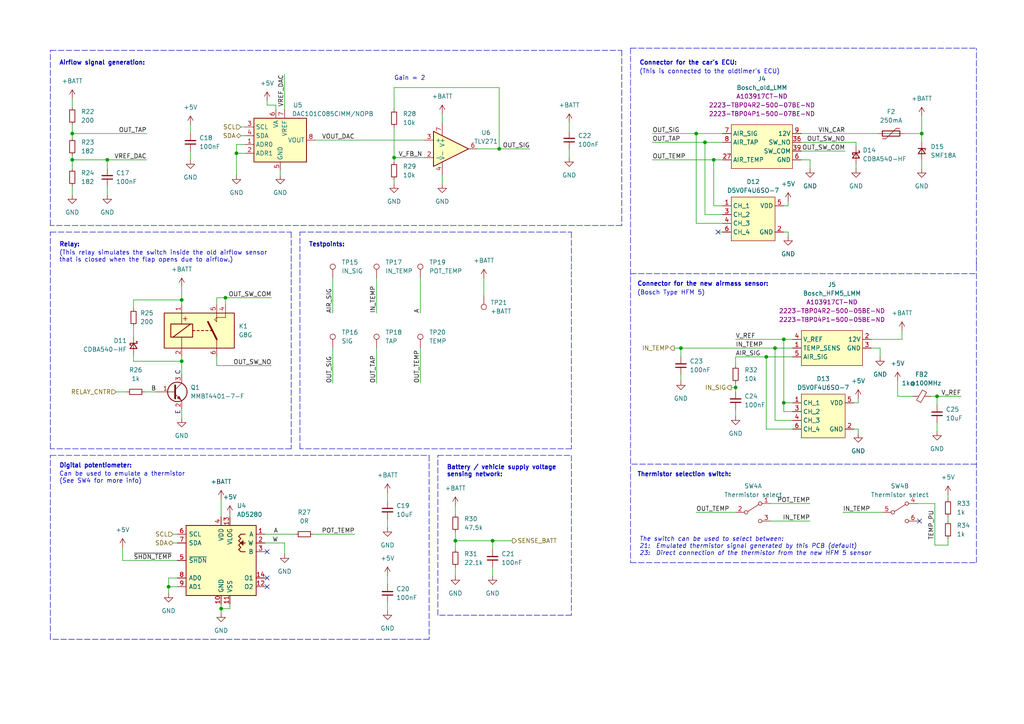
<source format=kicad_sch>
(kicad_sch (version 20231120) (generator "eeschema") (generator_version "8.0")
  (paper "A4")
  (title_block (title "LMM Retrofit") (date "2022-05-08") (rev "1") (company "Hans Wilhelm Zeuschner") (comment 1 "Zweitprüfer: Ewald Zimmermann B. Eng.") (comment 2 "Betreuer: Prof. Dr. Carsten Koch") (comment 3 "Hochschule Emden Leer") (comment 4 "Bacheloarbeit SoSe 2022"))
  (junction (at 201.93 38.735))
  (junction (at 31.115 46.355))
  (junction (at 142.875 156.845))
  (junction (at 267.335 38.735))
  (junction (at 65.405 86.36))
  (junction (at 64.135 176.53))
  (junction (at 68.58 44.45))
  (junction (at 114.3 45.72))
  (junction (at 52.705 86.995))
  (junction (at 227.33 116.84))
  (junction (at 144.78 43.18))
  (junction (at 197.485 100.965))
  (junction (at 271.78 114.935))
  (junction (at 20.955 38.735))
  (junction (at 227.33 98.425))
  (junction (at 52.705 104.775))
  (junction (at 20.955 46.355))
  (junction (at 224.79 100.965))
  (junction (at 213.36 112.395))
  (junction (at 48.895 170.18))
  (junction (at 222.25 103.505))
  (junction (at 204.47 41.275))
  (junction (at 207.01 46.355))
  (junction (at 132.08 156.845))
  (no_connect (at 77.47 160.02))
  (no_connect (at 77.47 167.64))
  (no_connect (at 208.28 67.31))
  (no_connect (at 266.7 151.13))
  (no_connect (at 77.47 170.18))
  (polyline (pts (xy 86.995 130.175) (xy 86.995 67.31)) (stroke (width 0) (type dash)))
  (wire (pts (xy 255.27 100.965) (xy 255.27 103.505)))
  (wire (pts (xy 76.835 167.64) (xy 77.47 167.64)))
  (wire (pts (xy 266.065 146.05) (xy 271.145 146.05)))
  (wire (pts (xy 55.245 43.815) (xy 55.245 46.355)))
  (wire (pts (xy 227.33 119.38) (xy 229.87 119.38)))
  (wire (pts (xy 132.08 164.465) (xy 132.08 167.005)))
  (wire (pts (xy 140.335 80.645) (xy 140.335 85.725)))
  (polyline (pts (xy 14.605 185.42) (xy 14.605 132.08)) (stroke (width 0) (type dash)))
  (wire (pts (xy 66.675 149.225) (xy 66.675 149.86)))
  (wire (pts (xy 267.335 38.735) (xy 267.335 41.275)))
  (wire (pts (xy 62.865 103.505) (xy 62.865 106.045)))
  (wire (pts (xy 197.485 108.585) (xy 197.485 110.49)))
  (wire (pts (xy 201.93 38.735) (xy 209.55 38.735)))
  (wire (pts (xy 262.255 38.735) (xy 267.335 38.735)))
  (wire (pts (xy 76.835 170.18) (xy 77.47 170.18)))
  (wire (pts (xy 114.3 25.4) (xy 144.78 25.4)))
  (wire (pts (xy 68.58 44.45) (xy 68.58 41.91)))
  (wire (pts (xy 112.395 174.625) (xy 112.395 177.165)))
  (wire (pts (xy 62.865 106.045) (xy 78.74 106.045)))
  (wire (pts (xy 224.79 100.965) (xy 229.87 100.965)))
  (polyline (pts (xy 14.605 130.175) (xy 14.605 67.31)) (stroke (width 0) (type dash)))
  (wire (pts (xy 248.285 41.275) (xy 248.285 42.545)))
  (wire (pts (xy 38.735 86.995) (xy 38.735 89.535)))
  (wire (pts (xy 82.55 157.48) (xy 76.835 157.48)))
  (wire (pts (xy 222.25 103.505) (xy 229.87 103.505)))
  (wire (pts (xy 114.3 31.75) (xy 114.3 25.4)))
  (polyline (pts (xy 127 132.08) (xy 165.735 132.08)) (stroke (width 0) (type dash)))
  (wire (pts (xy 189.23 46.355) (xy 207.01 46.355)))
  (wire (pts (xy 50.165 157.48) (xy 51.435 157.48)))
  (wire (pts (xy 247.65 124.46) (xy 248.92 124.46)))
  (wire (pts (xy 227.33 116.84) (xy 229.87 116.84)))
  (wire (pts (xy 48.895 172.085) (xy 48.895 170.18)))
  (wire (pts (xy 64.135 175.26) (xy 64.135 176.53)))
  (wire (pts (xy 132.08 154.305) (xy 132.08 156.845)))
  (wire (pts (xy 65.405 86.36) (xy 62.865 86.36)))
  (polyline (pts (xy 165.735 67.31) (xy 165.735 130.175)) (stroke (width 0) (type dash)))
  (wire (pts (xy 227.33 98.425) (xy 229.87 98.425)))
  (wire (pts (xy 204.47 41.275) (xy 209.55 41.275)))
  (wire (pts (xy 224.79 100.965) (xy 224.79 121.92)))
  (wire (pts (xy 144.78 25.4) (xy 144.78 43.18)))
  (polyline (pts (xy 182.88 13.97) (xy 182.88 163.195)) (stroke (width 0) (type dash)))
  (wire (pts (xy 227.33 116.84) (xy 227.33 119.38)))
  (wire (pts (xy 234.95 151.13) (xy 223.52 151.13)))
  (wire (pts (xy 96.52 80.645) (xy 96.52 90.805)))
  (wire (pts (xy 112.395 150.495) (xy 112.395 153.035)))
  (wire (pts (xy 64.135 176.53) (xy 64.135 177.8)))
  (wire (pts (xy 213.36 118.745) (xy 213.36 120.65)))
  (wire (pts (xy 204.47 62.23) (xy 209.55 62.23)))
  (wire (pts (xy 227.33 98.425) (xy 227.33 116.84)))
  (wire (pts (xy 68.58 44.45) (xy 71.12 44.45)))
  (wire (pts (xy 267.335 33.655) (xy 267.335 38.735)))
  (wire (pts (xy 254.635 38.735) (xy 232.41 38.735)))
  (wire (pts (xy 65.405 88.265) (xy 65.405 86.36)))
  (wire (pts (xy 80.01 30.48) (xy 80.01 31.75)))
  (wire (pts (xy 20.955 53.975) (xy 20.955 56.515)))
  (wire (pts (xy 20.955 46.355) (xy 31.115 46.355)))
  (wire (pts (xy 62.865 86.36) (xy 62.865 88.265)))
  (wire (pts (xy 114.3 36.83) (xy 114.3 45.72)))
  (wire (pts (xy 208.28 67.31) (xy 209.55 67.31)))
  (wire (pts (xy 35.56 162.56) (xy 51.435 162.56)))
  (wire (pts (xy 222.25 124.46) (xy 229.87 124.46)))
  (wire (pts (xy 20.955 38.735) (xy 20.955 40.005)))
  (wire (pts (xy 260.35 114.935) (xy 264.795 114.935)))
  (wire (pts (xy 77.47 29.21) (xy 77.47 30.48)))
  (polyline (pts (xy 165.735 132.08) (xy 165.735 178.435)) (stroke (width 0) (type dash)))
  (wire (pts (xy 128.27 50.8) (xy 128.27 53.34)))
  (wire (pts (xy 260.35 110.49) (xy 260.35 114.935)))
  (wire (pts (xy 121.92 100.965) (xy 121.92 111.125)))
  (polyline (pts (xy 14.605 67.31) (xy 84.455 67.31)) (stroke (width 0) (type dash)))
  (wire (pts (xy 232.41 46.355) (xy 234.95 46.355)))
  (wire (pts (xy 224.79 121.92) (xy 229.87 121.92)))
  (wire (pts (xy 197.485 100.965) (xy 224.79 100.965)))
  (wire (pts (xy 207.01 46.355) (xy 207.01 59.69)))
  (polyline (pts (xy 14.605 65.405) (xy 14.605 14.605)) (stroke (width 0) (type dash)))
  (polyline (pts (xy 124.46 185.42) (xy 14.605 185.42)) (stroke (width 0) (type dash)))
  (wire (pts (xy 38.735 104.775) (xy 52.705 104.775)))
  (wire (pts (xy 201.93 38.735) (xy 201.93 64.77)))
  (wire (pts (xy 82.55 157.48) (xy 82.55 160.655)))
  (wire (pts (xy 38.735 86.995) (xy 52.705 86.995)))
  (wire (pts (xy 142.875 156.845) (xy 148.59 156.845)))
  (polyline (pts (xy 182.88 163.195) (xy 283.21 163.195)) (stroke (width 0) (type dash)))
  (wire (pts (xy 69.85 36.83) (xy 71.12 36.83)))
  (polyline (pts (xy 283.21 76.835) (xy 283.21 76.2)) (stroke (width 0) (type dash)))
  (wire (pts (xy 68.58 50.8) (xy 68.58 44.45)))
  (wire (pts (xy 144.78 43.18) (xy 138.43 43.18)))
  (wire (pts (xy 207.01 59.69) (xy 209.55 59.69)))
  (wire (pts (xy 213.36 98.425) (xy 227.33 98.425)))
  (wire (pts (xy 144.78 43.18) (xy 153.67 43.18)))
  (wire (pts (xy 109.22 111.125) (xy 109.22 100.965)))
  (wire (pts (xy 261.62 98.425) (xy 261.62 95.885)))
  (wire (pts (xy 222.25 103.505) (xy 222.25 124.46)))
  (wire (pts (xy 204.47 41.275) (xy 204.47 62.23)))
  (wire (pts (xy 52.705 104.775) (xy 52.705 108.585)))
  (wire (pts (xy 114.3 45.72) (xy 114.3 46.99)))
  (wire (pts (xy 52.705 103.505) (xy 52.705 104.775)))
  (wire (pts (xy 195.58 100.965) (xy 197.485 100.965)))
  (wire (pts (xy 212.09 112.395) (xy 213.36 112.395)))
  (wire (pts (xy 266.065 151.13) (xy 266.7 151.13)))
  (polyline (pts (xy 180.34 65.405) (xy 14.605 65.405)) (stroke (width 0) (type dash)))
  (wire (pts (xy 78.74 86.36) (xy 65.405 86.36)))
  (wire (pts (xy 31.115 46.355) (xy 31.115 48.895)))
  (wire (pts (xy 128.27 33.02) (xy 128.27 35.56)))
  (wire (pts (xy 142.875 164.465) (xy 142.875 167.005)))
  (wire (pts (xy 77.47 30.48) (xy 80.01 30.48)))
  (wire (pts (xy 82.55 21.59) (xy 82.55 31.75)))
  (wire (pts (xy 76.835 154.94) (xy 85.725 154.94)))
  (wire (pts (xy 189.23 38.735) (xy 201.93 38.735)))
  (wire (pts (xy 33.655 113.665) (xy 36.83 113.665)))
  (wire (pts (xy 271.78 114.935) (xy 278.765 114.935)))
  (wire (pts (xy 52.705 83.185) (xy 52.705 86.995)))
  (wire (pts (xy 213.36 148.59) (xy 201.93 148.59)))
  (polyline (pts (xy 165.735 178.435) (xy 127 178.435)) (stroke (width 0) (type dash)))
  (wire (pts (xy 132.08 156.845) (xy 132.08 159.385)))
  (polyline (pts (xy 84.455 67.31) (xy 84.455 130.175)) (stroke (width 0) (type dash)))
  (wire (pts (xy 142.875 156.845) (xy 142.875 159.385)))
  (wire (pts (xy 165.1 43.18) (xy 165.1 45.72)))
  (wire (pts (xy 132.08 156.845) (xy 142.875 156.845)))
  (wire (pts (xy 271.145 146.05) (xy 271.145 158.115)))
  (wire (pts (xy 197.485 100.965) (xy 197.485 103.505)))
  (wire (pts (xy 76.835 160.02) (xy 77.47 160.02)))
  (wire (pts (xy 274.955 156.21) (xy 274.955 158.115)))
  (wire (pts (xy 20.955 38.735) (xy 42.545 38.735)))
  (wire (pts (xy 48.895 170.18) (xy 51.435 170.18)))
  (wire (pts (xy 227.33 67.31) (xy 228.6 67.31)))
  (polyline (pts (xy 182.88 79.375) (xy 283.21 79.375)) (stroke (width 0) (type dash)))
  (wire (pts (xy 55.245 36.195) (xy 55.245 38.735)))
  (wire (pts (xy 213.36 112.395) (xy 213.36 113.665)))
  (wire (pts (xy 223.52 146.05) (xy 234.95 146.05)))
  (wire (pts (xy 271.78 114.935) (xy 271.78 117.475)))
  (wire (pts (xy 66.675 175.26) (xy 66.675 176.53)))
  (polyline (pts (xy 283.21 163.195) (xy 283.21 13.97)) (stroke (width 0) (type dash)))
  (wire (pts (xy 121.92 80.645) (xy 121.92 90.805)))
  (wire (pts (xy 269.875 114.935) (xy 271.78 114.935)))
  (wire (pts (xy 267.335 46.355) (xy 267.335 48.895)))
  (wire (pts (xy 271.145 158.115) (xy 274.955 158.115)))
  (polyline (pts (xy 86.995 67.31) (xy 165.735 67.31)) (stroke (width 0) (type dash)))
  (wire (pts (xy 201.93 64.77) (xy 209.55 64.77)))
  (wire (pts (xy 48.895 167.64) (xy 51.435 167.64)))
  (wire (pts (xy 252.73 100.965) (xy 255.27 100.965)))
  (wire (pts (xy 271.78 122.555) (xy 271.78 125.095)))
  (wire (pts (xy 228.6 67.31) (xy 228.6 68.58)))
  (polyline (pts (xy 182.88 13.97) (xy 283.21 13.97)) (stroke (width 0) (type dash)))
  (wire (pts (xy 244.475 148.59) (xy 255.905 148.59)))
  (wire (pts (xy 114.3 45.72) (xy 123.19 45.72)))
  (wire (pts (xy 213.36 103.505) (xy 222.25 103.505)))
  (wire (pts (xy 96.52 100.965) (xy 96.52 111.125)))
  (wire (pts (xy 112.395 167.005) (xy 112.395 169.545)))
  (wire (pts (xy 248.92 116.84) (xy 247.65 116.84)))
  (wire (pts (xy 50.165 154.94) (xy 51.435 154.94)))
  (wire (pts (xy 114.3 52.07) (xy 114.3 53.34)))
  (polyline (pts (xy 127 178.435) (xy 127 132.08)) (stroke (width 0) (type dash)))
  (wire (pts (xy 248.92 115.57) (xy 248.92 116.84)))
  (wire (pts (xy 274.955 149.86) (xy 274.955 151.13)))
  (wire (pts (xy 20.955 45.085) (xy 20.955 46.355)))
  (polyline (pts (xy 14.605 14.605) (xy 180.34 14.605)) (stroke (width 0) (type dash)))
  (wire (pts (xy 232.41 41.275) (xy 248.285 41.275)))
  (polyline (pts (xy 14.605 132.08) (xy 124.46 132.08)) (stroke (width 0) (type dash)))
  (wire (pts (xy 234.95 46.355) (xy 234.95 48.895)))
  (polyline (pts (xy 124.46 132.08) (xy 124.46 185.42)) (stroke (width 0) (type dash)))
  (wire (pts (xy 52.705 86.995) (xy 52.705 88.265)))
  (wire (pts (xy 68.58 41.91) (xy 71.12 41.91)))
  (wire (pts (xy 52.705 118.745) (xy 52.705 121.285)))
  (wire (pts (xy 228.6 58.42) (xy 228.6 59.69)))
  (wire (pts (xy 207.01 46.355) (xy 209.55 46.355)))
  (wire (pts (xy 248.285 47.625) (xy 248.285 48.895)))
  (wire (pts (xy 132.08 149.225) (xy 132.08 146.685)))
  (wire (pts (xy 213.36 103.505) (xy 213.36 106.045)))
  (wire (pts (xy 165.1 35.56) (xy 165.1 38.1)))
  (wire (pts (xy 20.955 36.195) (xy 20.955 38.735)))
  (polyline (pts (xy 180.34 14.605) (xy 180.34 65.405)) (stroke (width 0) (type dash)))
  (wire (pts (xy 20.955 28.575) (xy 20.955 31.115)))
  (wire (pts (xy 228.6 59.69) (xy 227.33 59.69)))
  (wire (pts (xy 31.115 46.355) (xy 42.545 46.355)))
  (wire (pts (xy 64.135 144.78) (xy 64.135 149.86)))
  (wire (pts (xy 64.135 176.53) (xy 66.675 176.53)))
  (wire (pts (xy 81.28 49.53) (xy 81.28 50.8)))
  (wire (pts (xy 189.23 41.275) (xy 204.47 41.275)))
  (wire (pts (xy 35.56 158.75) (xy 35.56 162.56)))
  (wire (pts (xy 48.895 170.18) (xy 48.895 167.64)))
  (wire (pts (xy 41.91 113.665) (xy 45.085 113.665)))
  (wire (pts (xy 20.955 46.355) (xy 20.955 48.895)))
  (wire (pts (xy 274.955 143.51) (xy 274.955 144.78)))
  (wire (pts (xy 69.85 39.37) (xy 71.12 39.37)))
  (wire (pts (xy 109.22 80.645) (xy 109.22 90.805)))
  (wire (pts (xy 91.44 40.64) (xy 123.19 40.64)))
  (polyline (pts (xy 84.455 130.175) (xy 14.605 130.175)) (stroke (width 0) (type dash)))
  (wire (pts (xy 31.115 53.975) (xy 31.115 56.515)))
  (wire (pts (xy 232.41 43.815) (xy 245.11 43.815)))
  (wire (pts (xy 213.36 111.125) (xy 213.36 112.395)))
  (polyline (pts (xy 283.21 134.62) (xy 182.88 134.62)) (stroke (width 0) (type dash)))
  (wire (pts (xy 252.73 98.425) (xy 261.62 98.425)))
  (wire (pts (xy 112.395 142.875) (xy 112.395 145.415)))
  (wire (pts (xy 248.92 124.46) (xy 248.92 125.73)))
  (wire (pts (xy 38.735 102.87) (xy 38.735 104.775)))
  (polyline (pts (xy 165.735 130.175) (xy 86.995 130.175)) (stroke (width 0) (type dash)))
  (wire (pts (xy 38.735 94.615) (xy 38.735 97.79)))
  (wire (pts (xy 90.805 154.94) (xy 102.87 154.94)))
  (text "Testpoints:" (at 89.535 71.755 0) (effects (font (size 1.27 1.27) (thickness 0.254) (bold yes)) (justify left bottom)))
  (text "Battery / vehicle supply voltage\nsensing network:" (at 129.54 138.43 0) (effects (font (size 1.27 1.27) (thickness 0.254) (bold yes)) (justify left bottom)))
  (text "Connector for the car's ECU:" (at 185.42 19.05 0) (effects (font (size 1.27 1.27) (thickness 0.254) (bold yes)) (justify left bottom)))
  (text "The switch can be used to select between:\n21:	Emulated thermistor signal generated by this PCB (default)\n23:	Direct connection of the thermistor from the new HFM 5 sensor" (at 185.42 161.29 0) (effects (font (size 1.27 1.27) (italic yes)) (justify left bottom)))
  (text "Digital potentiometer:" (at 17.145 135.89 0) (effects (font (size 1.27 1.27) (thickness 0.254) (bold yes)) (justify left bottom)))
  (text "Thermistor selection switch:" (at 184.785 138.43 0) (effects (font (size 1.27 1.27) (thickness 0.254) (bold yes)) (justify left bottom)))
  (text "(Bosch Type HFM 5)" (at 184.785 85.725 0) (effects (font (size 1.27 1.27)) (justify left bottom)))
  (text "Relay:" (at 17.145 71.755 0) (effects (font (size 1.27 1.27) (thickness 0.254) (bold yes)) (justify left bottom)))
  (text "Airflow signal generation:" (at 17.145 19.05 0) (effects (font (size 1.27 1.27) (thickness 0.254) (bold yes)) (justify left bottom)))
  (text "Connector for the new airmass sensor:" (at 184.785 83.185 0) (effects (font (size 1.27 1.27) (thickness 0.254) (bold yes)) (justify left bottom)))
  (text "Gain = 2" (at 114.3 23.495 0) (effects (font (size 1.27 1.27)) (justify left bottom)))
  (text "(This relay simulates the switch inside the old airflow sensor\nthat is closed when the flap opens due to airflow.)" (at 17.145 76.2 0) (effects (font (size 1.27 1.27)) (justify left bottom)))
  (text "(This is connected to the oldtimer's ECU)" (at 185.42 21.59 0) (effects (font (size 1.27 1.27)) (justify left bottom)))
  (text "Can be used to emulate a thermistor\n(See SW4 for more info)" (at 17.145 140.335 0) (effects (font (size 1.27 1.27)) (justify left bottom)))
  (label "OUT_TAP" (at 189.23 41.275 0))
  (label "~{SHDN_TEMP}" (at 38.735 162.56 0))
  (label "IN_TEMP" (at 213.36 100.965 0))
  (label "IN_TEMP" (at 234.95 151.13 180))
  (label "OUT_TEMP" (at 201.93 148.59 0))
  (label "POT_TEMP" (at 102.87 154.94 180))
  (label "AIR_SIG" (at 96.52 90.805 90))
  (label "VREF_DAC" (at 42.545 46.355 180))
  (label "OUT_SIG" (at 189.23 38.735 0))
  (label "OUT_SW_NO" (at 245.11 41.275 180))
  (label "VREF_DAC" (at 82.55 21.59 270))
  (label "A" (at 80.645 154.94 180))
  (label "OUT_SW_NO" (at 78.74 106.045 180))
  (label "VIN_CAR" (at 245.11 38.735 180))
  (label "E" (at 52.705 118.745 270))
  (label "IN_TEMP" (at 244.475 148.59 0))
  (label "W" (at 80.645 157.48 180))
  (label "OUT_SW_COM" (at 78.74 86.36 180))
  (label "V_REF" (at 213.36 98.425 0))
  (label "POT_TEMP" (at 234.95 146.05 180))
  (label "IN_TEMP" (at 109.22 90.805 90))
  (label "TEMP_PU" (at 271.145 147.955 270))
  (label "OUT_TAP" (at 109.22 111.125 90))
  (label "OUT_SIG" (at 96.52 111.125 90))
  (label "OUT_SW_COM" (at 245.11 43.815 180))
  (label "OUT_TEMP" (at 189.23 46.355 0))
  (label "OUT_SIG" (at 153.67 43.18 180))
  (label "OUT_TAP" (at 42.545 38.735 180))
  (label "V_REF" (at 278.765 114.935 180))
  (label "B" (at 43.815 113.665 0))
  (label "OUT_TEMP" (at 121.92 111.125 90))
  (label "AIR_SIG" (at 213.36 103.505 0))
  (label "VOUT_DAC" (at 102.87 40.64 180))
  (label "A" (at 121.92 90.805 90))
  (label "V_FB_N" (at 115.57 45.72 0))
  (label "C" (at 52.705 108.585 90))
  (hierarchical_label "SCL" (shape input) (at 69.85 36.83 180))
  (hierarchical_label "IN_SIG" (shape output) (at 212.09 112.395 180))
  (hierarchical_label "SDA" (shape bidirectional) (at 69.85 39.37 180))
  (hierarchical_label "SCL" (shape input) (at 50.165 154.94 180))
  (hierarchical_label "SENSE_BATT" (shape output) (at 148.59 156.845 0))
  (hierarchical_label "IN_TEMP" (shape output) (at 195.58 100.965 180))
  (hierarchical_label "SDA" (shape bidirectional) (at 50.165 157.48 180))
  (hierarchical_label "RELAY_CNTR" (shape input) (at 33.655 113.665 180))
  (symbol (lib_id "power:+5V") (at 260.35 110.49 0) (unit 1)
    (property "Reference" "#PWR0104" (effects (hide yes)))
    (property "Value" "+5V" (at 260.35 105.41 0))
  )
  (symbol (lib_id "Device:R_Small") (at 20.955 42.545 0) (unit 1)
    (property "Reference" "R23" (at 23.495 41.2749 0) (effects (justify left)))
    (property "Value" "182" (at 23.495 43.8149 0) (effects (justify left)))
    (property "Footprint" "Resistor_SMD:R_0805_2012Metric" (effects (hide yes)))
    (property "Datasheet" "https://www.vishay.com/docs/20035/dcrcwe3.pdf" (effects (hide yes)))
    (property "Digi-Key Part Number" "541-182CCT-ND" (effects (hide yes)))
    (property "MPN" "CRCW0805182RFKEA" (effects (hide yes)))
  )
  (symbol (lib_id "power:GND") (at 48.895 172.085 0) (unit 1)
    (property "Reference" "#PWR?" (effects (hide yes)))
    (property "Value" "GND" (at 48.895 177.165 0))
  )
  (symbol (lib_id "power:GND") (at 82.55 160.655 0) (mirror y) (unit 1)
    (property "Reference" "#PWR080" (effects (hide yes)))
    (property "Value" "GND" (at 82.55 165.735 0))
  )
  (symbol (lib_id "Connector:TestPoint") (at 96.52 100.965 0) (unit 1)
    (property "Reference" "TP16" (at 99.06 96.3929 0) (effects (justify left)))
    (property "Value" "SIG" (at 99.06 98.9329 0) (effects (justify left)))
    (property "Footprint" "lmm_footprints:TestPoint_Pad_D1.0mm_Text_Silkscreen" (effects (hide yes)))
    (property "DNF" "Do not fit" (effects (hide yes)))
  )
  (symbol (lib_id "power:+5V") (at 112.395 167.005 0) (unit 1)
    (property "Reference" "#PWR083" (effects (hide yes)))
    (property "Value" "+5V" (at 112.395 161.925 0))
  )
  (symbol (lib_id "Connector:TestPoint") (at 109.22 100.965 0) (unit 1)
    (property "Reference" "TP18" (at 111.76 96.3929 0) (effects (justify left)))
    (property "Value" "TAP" (at 111.76 98.9329 0) (effects (justify left)))
    (property "Footprint" "lmm_footprints:TestPoint_Pad_D1.0mm_Text_Silkscreen" (effects (hide yes)))
    (property "DNF" "Do not fit" (effects (hide yes)))
  )
  (symbol (lib_id "Device:C_Small") (at 31.115 51.435 180) (unit 1)
    (property "Reference" "C17" (at 33.655 50.1585 0) (effects (justify right)))
    (property "Value" "100nF" (at 33.655 52.6985 0) (effects (justify right)))
    (property "Footprint" "Capacitor_SMD:C_0805_2012Metric" (effects (hide yes)))
    (property "Datasheet" "https://www.yuden.co.jp/productdata/catalog/mlcc_all_hq_e.pdf" (effects (hide yes)))
    (property "Digi-Key Part Number" "587-3508-1-ND" (effects (hide yes)))
    (property "MPN" "UMK212B7104KGHT" (effects (hide yes)))
  )
  (symbol (lib_id "power:GND") (at 271.78 125.095 0) (unit 1)
    (property "Reference" "#PWR0107" (effects (hide yes)))
    (property "Value" "GND" (at 271.78 130.175 0))
  )
  (symbol (lib_id "power:+BATT") (at 112.395 142.875 0) (unit 1)
    (property "Reference" "#PWR081" (effects (hide yes)))
    (property "Value" "+BATT" (at 112.395 137.795 0))
  )
  (symbol (lib_id "power:GND") (at 68.58 50.8 0) (unit 1)
    (property "Reference" "#PWR077" (effects (hide yes)))
    (property "Value" "GND" (at 68.58 55.88 0))
  )
  (symbol (lib_id "power:+5V") (at 274.955 143.51 0) (unit 1)
    (property "Reference" "#PWR0108" (effects (hide yes)))
    (property "Value" "+5V" (at 274.955 138.43 0))
  )
  (symbol (lib_id "Device:R_Small") (at 132.08 151.765 180) (unit 1)
    (property "Reference" "R30" (at 134.62 150.4949 0) (effects (justify right)))
    (property "Value" "47.5k" (at 134.62 153.0349 0) (effects (justify right)))
    (property "Footprint" "Resistor_SMD:R_0805_2012Metric" (effects (hide yes)))
    (property "Datasheet" "https://www.bourns.com/docs/product-datasheets/cr.pdf?sfvrsn=574d41f6_14" (effects (hide yes)))
    (property "Digi-Key Part Number" "118-CR0805-FX-4752ELFCT-ND" (effects (hide yes)))
    (property "MPN" "CR0805-FX-4752ELF" (effects (hide yes)))
  )
  (symbol (lib_id "power:GND") (at 55.245 46.355 0) (mirror y) (unit 1)
    (property "Reference" "#PWR073" (effects (hide yes)))
    (property "Value" "GND" (at 55.245 51.435 0))
  )
  (symbol (lib_id "power:GND") (at 52.705 121.285 0) (mirror y) (unit 1)
    (property "Reference" "#PWR071" (effects (hide yes)))
    (property "Value" "GND" (at 52.705 126.365 0))
  )
  (symbol (lib_id "power:GND") (at 132.08 167.005 0) (unit 1)
    (property "Reference" "#PWR089" (effects (hide yes)))
    (property "Value" "GND" (at 132.08 172.085 0))
  )
  (symbol (lib_id "power:GND") (at 267.335 48.895 0) (unit 1)
    (property "Reference" "#PWR0106" (effects (hide yes)))
    (property "Value" "GND" (at 267.335 53.975 0))
  )
  (symbol (lib_id "Connector:TestPoint") (at 109.22 80.645 0) (unit 1)
    (property "Reference" "TP17" (at 111.76 76.0729 0) (effects (justify left)))
    (property "Value" "IN_TEMP" (at 111.76 78.6129 0) (effects (justify left)))
    (property "Footprint" "lmm_footprints:TestPoint_Pad_D1.0mm_Text_Silkscreen" (effects (hide yes)))
    (property "DNF" "Do not fit" (effects (hide yes)))
  )
  (symbol (lib_id "Connector:TestPoint") (at 96.52 80.645 0) (unit 1)
    (property "Reference" "TP15" (at 99.06 76.0729 0) (effects (justify left)))
    (property "Value" "IN_SIG" (at 99.06 78.6129 0) (effects (justify left)))
    (property "Footprint" "lmm_footprints:TestPoint_Pad_D1.0mm_Text_Silkscreen" (effects (hide yes)))
    (property "DNF" "Do not fit" (effects (hide yes)))
  )
  (symbol (lib_id "power:+BATT") (at 267.335 33.655 0) (unit 1)
    (property "Reference" "#PWR0105" (effects (hide yes)))
    (property "Value" "+BATT" (at 267.335 28.575 0))
  )
  (symbol (lib_id "power:+BATT") (at 20.955 28.575 0) (unit 1)
    (property "Reference" "#PWR066" (effects (hide yes)))
    (property "Value" "+BATT" (at 20.955 23.495 0))
  )
  (symbol (lib_id "power:+BATT") (at 261.62 95.885 0) (unit 1)
    (property "Reference" "#PWR0102" (effects (hide yes)))
    (property "Value" "+BATT" (at 261.62 90.805 0))
  )
  (symbol (lib_id "power:+BATT") (at 52.705 83.185 0) (unit 1)
    (property "Reference" "#PWR070" (effects (hide yes)))
    (property "Value" "+BATT" (at 52.705 78.105 0))
  )
  (symbol (lib_id "power:GND") (at 114.3 53.34 0) (unit 1)
    (property "Reference" "#PWR085" (effects (hide yes)))
    (property "Value" "GND" (at 114.3 58.42 0))
  )
  (symbol (lib_id "Potentiometer_Digital:AD5280") (at 64.135 162.56 0) (unit 1)
    (property "Reference" "U4" (at 68.6944 146.685 0) (effects (justify left)))
    (property "Value" "AD5280" (at 68.6944 149.225 0) (effects (justify left)))
    (property "Footprint" "Package_SO:TSSOP-14_4.4x5mm_P0.65mm" (effects (hide yes)))
    (property "Datasheet" "https://www.analog.com/media/en/technical-documentation/data-sheets/AD5280_5282.pdf" (effects (hide yes)))
    (property "Digi-Key Part Number" "AD5280BRUZ50-ND" (effects (hide yes)))
    (property "MPN" "AD5280BRUZ50" (effects (hide yes)))
  )
  (symbol (lib_id "lmm_retrofit:Bosch_old_LMM") (at 220.98 42.545 0) (unit 1)
    (property "Reference" "J4" (at 220.98 22.86 0))
    (property "Value" "Bosch_old_LMM" (at 220.98 25.4 0))
    (property "Footprint" "lmm_footprints:Bosch_L_Jetronic_7-Pin_Male_Blade_Conn" (effects (hide yes)))
    (property "Datasheet" "https://mux.hs-emden-leer.de/svn/micro-projects-lmm/30_datasheets/L_Jetronic/_tr7_ecu.pdf" (effects (hide yes)))
    (property "MPN" "0 280 203 002" (effects (hide yes)))
    (property "DNF" "Do not fit" (effects (hide yes)))
    (property "Male Pins" "A103917CT-ND" (at 220.98 27.94 0))
    (property "Connector" "2223-TBP04R2-500-07BE-ND" (at 220.98 30.48 0))
    (property "Socket" "2223-TBP04P1-500-07BE-ND" (at 220.98 33.02 0))
  )
  (symbol (lib_id "power:+5V") (at 55.245 36.195 0) (unit 1)
    (property "Reference" "#PWR072" (effects (hide yes)))
    (property "Value" "+5V" (at 55.245 31.115 0))
  )
  (symbol (lib_id "power:+BATT") (at 64.135 144.78 0) (unit 1)
    (property "Reference" "#PWR074" (effects (hide yes)))
    (property "Value" "+BATT" (at 64.135 139.7 0))
  )
  (symbol (lib_id "power:GND") (at 165.1 45.72 0) (mirror y) (unit 1)
    (property "Reference" "#PWR093" (effects (hide yes)))
    (property "Value" "GND" (at 165.1 50.8 0))
  )
  (symbol (lib_id "power:+BATT") (at 140.335 80.645 0) (unit 1)
    (property "Reference" "#PWR090" (effects (hide yes)))
    (property "Value" "+BATT" (at 140.335 75.565 0))
  )
  (symbol (lib_id "Device:Polyfuse") (at 258.445 38.735 90) (unit 1)
    (property "Reference" "F2" (at 258.445 32.385 90))
    (property "Value" "250mA" (at 258.445 34.925 90))
    (property "Footprint" "Fuse:Fuse_1206_3216Metric" (effects (hide yes)))
    (property "Datasheet" "https://www.belfuse.com/resources/datasheets/circuitprotection/ds-cp-0zcj-series.pdf" (effects (hide yes)))
    (property "Digi-Key Part Number" "507-1799-1-ND" (effects (hide yes)))
    (property "MPN" "0ZCJ0025AF2E" (effects (hide yes)))
  )
  (symbol (lib_id "power:+BATT") (at 132.08 146.685 0) (unit 1)
    (property "Reference" "#PWR088" (effects (hide yes)))
    (property "Value" "+BATT" (at 132.08 141.605 0))
  )
  (symbol (lib_id "power:GND") (at 20.955 56.515 0) (unit 1)
    (property "Reference" "#PWR067" (effects (hide yes)))
    (property "Value" "GND" (at 20.955 61.595 0))
  )
  (symbol (lib_id "Device:R_Small") (at 20.955 33.655 0) (unit 1)
    (property "Reference" "R22" (at 23.495 32.3849 0) (effects (justify left)))
    (property "Value" "200" (at 23.495 34.9249 0) (effects (justify left)))
    (property "Footprint" "Resistor_SMD:R_0805_2012Metric" (effects (hide yes)))
    (property "Datasheet" "https://fscdn.rohm.com/en/products/databook/datasheet/passive/resistor/chip_resistor/esr-e.pdf" (effects (hide yes)))
    (property "Digi-Key Part Number" "RHM200AECT-ND" (effects (hide yes)))
    (property "MPN" "ESR10EZPF2000" (effects (hide yes)))
  )
  (symbol (lib_id "power:+5V") (at 66.675 149.225 0) (unit 1)
    (property "Reference" "#PWR076" (effects (hide yes)))
    (property "Value" "+5V" (at 66.675 144.145 0))
  )
  (symbol (lib_id "Device:R_Small") (at 213.36 108.585 0) (unit 1)
    (property "Reference" "R32" (at 215.9 107.3149 0) (effects (justify left)))
    (property "Value" "10k" (at 215.9 109.8549 0) (effects (justify left)))
    (property "Footprint" "Resistor_SMD:R_0805_2012Metric" (effects (hide yes)))
    (property "Datasheet" "https://www.te.com/commerce/DocumentDelivery/DDEController?Action=srchrtrv&DocNm=1773204-3&DocType=DS&DocLang=English" (effects (hide yes)))
    (property "Digi-Key Part Number" "A130140CT-ND" (effects (hide yes)))
    (property "MPN" "CRGCQ0805J10K" (effects (hide yes)))
  )
  (symbol (lib_id "Device:C_Small") (at 112.395 172.085 180) (unit 1)
    (property "Reference" "C20" (at 114.935 170.8085 0) (effects (justify right)))
    (property "Value" "100nF" (at 114.935 173.3485 0) (effects (justify right)))
    (property "Footprint" "Capacitor_SMD:C_0805_2012Metric" (effects (hide yes)))
    (property "Datasheet" "https://www.yuden.co.jp/productdata/catalog/mlcc_all_hq_e.pdf" (effects (hide yes)))
    (property "Digi-Key Part Number" "587-3508-1-ND" (effects (hide yes)))
    (property "MPN" "UMK212B7104KGHT" (effects (hide yes)))
  )
  (symbol (lib_id "power:GND") (at 197.485 110.49 0) (unit 1)
    (property "Reference" "#PWR094" (effects (hide yes)))
    (property "Value" "GND" (at 197.485 115.57 0))
  )
  (symbol (lib_id "power:+5V") (at 77.47 29.21 0) (unit 1)
    (property "Reference" "#PWR078" (effects (hide yes)))
    (property "Value" "+5V" (at 77.47 24.13 0))
  )
  (symbol (lib_id "Device:R_Small") (at 274.955 147.32 180) (unit 1)
    (property "Reference" "R33" (at 277.495 146.0499 0) (effects (justify right)))
    (property "Value" "1k" (at 277.495 148.5899 0) (effects (justify right)))
    (property "Footprint" "Resistor_SMD:R_0805_2012Metric" (effects (hide yes)))
    (property "Datasheet" "https://www.te.com/commerce/DocumentDelivery/DDEController?Action=srchrtrv&DocNm=1773204-3&DocType=DS&DocLang=English" (effects (hide yes)))
    (property "Digi-Key Part Number" "A129749CT-ND" (effects (hide yes)))
    (property "MPN" "CRGCQ0805F1K0" (effects (hide yes)))
  )
  (symbol (lib_id "Switch:SW_DPDT_x2") (at 218.44 148.59 0) (unit 1)
    (property "Reference" "SW4" (at 218.44 140.97 0))
    (property "Value" "Thermistor select" (at 218.44 143.51 0))
    (property "Footprint" "lmm_footprints:JS202011SCQN" (effects (hide yes)))
    (property "Datasheet" "https://www.ckswitches.com/media/1422/js.pdf" (effects (hide yes)))
    (property "Digi-Key Part Number" "401-2002-1-ND" (effects (hide yes)))
    (property "MPN" "JS202011SCQN" (effects (hide yes)))
  )
  (symbol (lib_id "Device:R_Small") (at 114.3 49.53 0) (unit 1)
    (property "Reference" "R29" (at 116.84 48.2599 0) (effects (justify left)))
    (property "Value" "10k" (at 116.84 50.7999 0) (effects (justify left)))
    (property "Footprint" "Resistor_SMD:R_0805_2012Metric" (effects (hide yes)))
    (property "Datasheet" "https://www.te.com/commerce/DocumentDelivery/DDEController?Action=srchrtrv&DocNm=1773204-3&DocType=DS&DocLang=English" (effects (hide yes)))
    (property "Digi-Key Part Number" "A130140CT-ND" (effects (hide yes)))
    (property "MPN" "CRGCQ0805J10K" (effects (hide yes)))
  )
  (symbol (lib_id "Device:D_Schottky_Small") (at 248.285 45.085 270) (unit 1)
    (property "Reference" "D14" (at 250.19 43.5609 90) (effects (justify left)))
    (property "Value" "CDBA540-HF" (at 250.19 46.1009 90) (effects (justify left)))
    (property "Footprint" "Diode_SMD:D_SMA" (effects (hide yes)))
    (property "Datasheet" "https://media.digikey.com/pdf/Data%20Sheets/Comchip%20PDFs/CDBA540-HF-CDBA5200-HF_RevC.pdf" (effects (hide yes)))
    (property "Digi-Key Part Number" "641-1707-1-ND" (effects (hide yes)))
    (property "MPN" "CDBA540-HF" (effects (hide yes)))
  )
  (symbol (lib_id "power:GND") (at 81.28 50.8 0) (unit 1)
    (property "Reference" "#PWR079" (effects (hide yes)))
    (property "Value" "GND" (at 81.28 55.88 0))
  )
  (symbol (lib_id "Connector:TestPoint") (at 121.92 80.645 0) (unit 1)
    (property "Reference" "TP19" (at 124.46 76.0729 0) (effects (justify left)))
    (property "Value" "POT_TEMP" (at 124.46 78.6129 0) (effects (justify left)))
    (property "Footprint" "lmm_footprints:TestPoint_Pad_D1.0mm_Text_Silkscreen" (effects (hide yes)))
    (property "DNF" "Do not fit" (effects (hide yes)))
  )
  (symbol (lib_id "power:+BATT") (at 128.27 33.02 0) (unit 1)
    (property "Reference" "#PWR086" (effects (hide yes)))
    (property "Value" "+BATT" (at 128.27 27.94 0))
  )
  (symbol (lib_id "power:GND") (at 213.36 120.65 0) (unit 1)
    (property "Reference" "#PWR095" (effects (hide yes)))
    (property "Value" "GND" (at 213.36 125.73 0))
  )
  (symbol (lib_id "lmm_retrofit:DAC101C085CIMM/NOPB") (at 81.28 40.64 0) (unit 1)
    (property "Reference" "U5" (at 86.36 30.48 0))
    (property "Value" "DAC101C085CIMM/NOPB" (at 96.52 33.02 0))
    (property "Footprint" "Package_SO:VSSOP-8_3.0x3.0mm_P0.65mm" (effects (hide yes)))
    (property "Datasheet" "http://www.ti.com/lit/ds/symlink/dac101c081.pdf" (effects (hide yes)))
    (property "Digi-Key Part Number" "DAC101C085CIMM/NOPBCT-ND" (effects (hide yes)))
    (property "MPN" "DAC101C085CIMM/NOPB" (effects (hide yes)))
  )
  (symbol (lib_id "power:GND") (at 248.285 48.895 0) (unit 1)
    (property "Reference" "#PWR099" (effects (hide yes)))
    (property "Value" "GND" (at 248.285 53.975 0))
  )
  (symbol (lib_id "power:GND") (at 255.27 103.505 0) (unit 1)
    (property "Reference" "#PWR0103" (effects (hide yes)))
    (property "Value" "GND" (at 255.27 108.585 0))
  )
  (symbol (lib_id "lmm_retrofit:D5V0F4U6SO-7") (at 218.44 63.5 0) (unit 1)
    (property "Reference" "D12" (at 218.44 52.705 0))
    (property "Value" "D5V0F4U6SO-7" (at 218.44 55.245 0))
    (property "Footprint" "Package_TO_SOT_SMD:SOT-23-6" (effects (hide yes)))
    (property "Datasheet" "https://www.diodes.com/assets/Datasheets/D5V0F4U6SO.pdf" (effects (hide yes)))
    (property "Digi-Key Part Number" "D5V0F4U6SO-7DICT-ND" (effects (hide yes)))
    (property "MPN" "D5V0F4U6SO-7" (effects (hide yes)))
  )
  (symbol (lib_id "Device:C_Small") (at 197.485 106.045 180) (unit 1)
    (property "Reference" "C23" (at 200.025 104.7685 0) (effects (justify right)))
    (property "Value" "100nF" (at 200.025 107.3085 0) (effects (justify right)))
    (property "Footprint" "Capacitor_SMD:C_0805_2012Metric" (effects (hide yes)))
    (property "Datasheet" "https://www.yuden.co.jp/productdata/catalog/mlcc_all_hq_e.pdf" (effects (hide yes)))
    (property "Digi-Key Part Number" "587-3508-1-ND" (effects (hide yes)))
    (property "MPN" "UMK212B7104KGHT" (effects (hide yes)))
  )
  (symbol (lib_id "power:GND") (at 248.92 125.73 0) (unit 1)
    (property "Reference" "#PWR0101" (effects (hide yes)))
    (property "Value" "GND" (at 248.92 130.81 0))
  )
  (symbol (lib_id "Connector:TestPoint") (at 121.92 100.965 0) (unit 1)
    (property "Reference" "TP20" (at 124.46 96.3929 0) (effects (justify left)))
    (property "Value" "TEMP" (at 124.46 98.9329 0) (effects (justify left)))
    (property "Footprint" "lmm_footprints:TestPoint_Pad_D1.0mm_Text_Silkscreen" (effects (hide yes)))
    (property "DNF" "Do not fit" (effects (hide yes)))
  )
  (symbol (lib_id "Device:R_Small") (at 39.37 113.665 90) (unit 1)
    (property "Reference" "R26" (at 39.37 107.315 90))
    (property "Value" "1k" (at 39.37 109.855 90))
    (property "Footprint" "Resistor_SMD:R_0805_2012Metric" (effects (hide yes)))
    (property "Datasheet" "https://www.te.com/commerce/DocumentDelivery/DDEController?Action=srchrtrv&DocNm=1773204-3&DocType=DS&DocLang=English" (effects (hide yes)))
    (property "Digi-Key Part Number" "A129749CT-ND" (effects (hide yes)))
    (property "MPN" "CRGCQ0805F1K0" (effects (hide yes)))
  )
  (symbol (lib_id "power:GND") (at 112.395 177.165 0) (mirror y) (unit 1)
    (property "Reference" "#PWR084" (effects (hide yes)))
    (property "Value" "GND" (at 112.395 182.245 0))
  )
  (symbol (lib_id "lmm_retrofit:TLV271") (at 129.54 43.18 0) (unit 1)
    (property "Reference" "U6" (at 140.97 38.481 0))
    (property "Value" "TLV271" (at 140.97 41.021 0))
    (property "Footprint" "Package_SO:SOIC-8_3.9x4.9mm_P1.27mm" (effects (hide yes)))
    (property "Datasheet" "https://www.ti.com/general/docs/suppproductinfo.tsp?distId=10&gotoUrl=https%3A%2F%2Fwww.ti.com%2Flit%2Fgpn%2Ftlv271-q1" (effects (hide yes)))
    (property "Digi-Key Part Number" "296-38281-1-ND" (effects (hide yes)))
    (property "MPN" "TLV271QDRQ1" (effects (hide yes)))
  )
  (symbol (lib_id "power:GND") (at 31.115 56.515 0) (unit 1)
    (property "Reference" "#PWR068" (effects (hide yes)))
    (property "Value" "GND" (at 31.115 61.595 0))
  )
  (symbol (lib_id "Device:C_Small") (at 55.245 41.275 180) (unit 1)
    (property "Reference" "C18" (at 57.785 39.9985 0) (effects (justify right)))
    (property "Value" "100nF" (at 57.785 42.5385 0) (effects (justify right)))
    (property "Footprint" "Capacitor_SMD:C_0805_2012Metric" (effects (hide yes)))
    (property "Datasheet" "https://www.yuden.co.jp/productdata/catalog/mlcc_all_hq_e.pdf" (effects (hide yes)))
    (property "Digi-Key Part Number" "587-3508-1-ND" (effects (hide yes)))
    (property "MPN" "UMK212B7104KGHT" (effects (hide yes)))
  )
  (symbol (lib_id "power:GND") (at 64.135 177.8 0) (mirror y) (unit 1)
    (property "Reference" "#PWR075" (effects (hide yes)))
    (property "Value" "GND" (at 64.135 182.88 0))
  )
  (symbol (lib_id "Device:C_Small") (at 213.36 116.205 180) (unit 1)
    (property "Reference" "C24" (at 215.9 114.9285 0) (effects (justify right)))
    (property "Value" "100nF" (at 215.9 117.4685 0) (effects (justify right)))
    (property "Footprint" "Capacitor_SMD:C_0805_2012Metric" (effects (hide yes)))
    (property "Datasheet" "https://www.yuden.co.jp/productdata/catalog/mlcc_all_hq_e.pdf" (effects (hide yes)))
    (property "Digi-Key Part Number" "587-3508-1-ND" (effects (hide yes)))
    (property "MPN" "UMK212B7104KGHT" (effects (hide yes)))
  )
  (symbol (lib_id "Device:R_Small") (at 132.08 161.925 180) (unit 1)
    (property "Reference" "R31" (at 134.62 160.6549 0) (effects (justify right)))
    (property "Value" "22.1k" (at 134.62 163.1949 0) (effects (justify right)))
    (property "Footprint" "Resistor_SMD:R_0805_2012Metric" (effects (hide yes)))
    (property "Datasheet" "https://www.bourns.com/docs/product-datasheets/cr.pdf?sfvrsn=574d41f6_14" (effects (hide yes)))
    (property "Digi-Key Part Number" "CR0805-FX-2212ELFCT-ND" (effects (hide yes)))
    (property "MPN" "CR0805-FX-2212ELF" (effects (hide yes)))
  )
  (symbol (lib_id "power:+5V") (at 228.6 58.42 0) (unit 1)
    (property "Reference" "#PWR096" (effects (hide yes)))
    (property "Value" "+5V" (at 228.6 53.34 0))
  )
  (symbol (lib_id "Device:R_Small") (at 274.955 153.67 180) (unit 1)
    (property "Reference" "R34" (at 277.495 152.3999 0) (effects (justify right)))
    (property "Value" "1k" (at 277.495 154.9399 0) (effects (justify right)))
    (property "Footprint" "Resistor_SMD:R_0805_2012Metric" (effects (hide yes)))
    (property "Datasheet" "https://www.te.com/commerce/DocumentDelivery/DDEController?Action=srchrtrv&DocNm=1773204-3&DocType=DS&DocLang=English" (effects (hide yes)))
    (property "Digi-Key Part Number" "A129749CT-ND" (effects (hide yes)))
    (property "MPN" "CRGCQ0805F1K0" (effects (hide yes)))
  )
  (symbol (lib_id "power:GND") (at 228.6 68.58 0) (unit 1)
    (property "Reference" "#PWR097" (effects (hide yes)))
    (property "Value" "GND" (at 228.6 73.66 0))
  )
  (symbol (lib_id "Device:D_Zener_Small") (at 267.335 43.815 270) (unit 1)
    (property "Reference" "D15" (at 269.875 42.5449 90) (effects (justify left)))
    (property "Value" "SMF18A" (at 269.875 45.0849 90) (effects (justify left)))
    (property "Footprint" "Diode_SMD:D_SOD-123F" (effects (hide yes)))
    (property "Datasheet" "https://www.littelfuse.com/~/media/electronics/datasheets/tvs_diodes/littelfuse_tvs_diode_smf_datasheet.pdf.pdf" (effects (hide yes)))
    (property "Digi-Key Part Number" "F5820CT-ND" (effects (hide yes)))
    (property "MPN" "SMF18A" (effects (hide yes)))
  )
  (symbol (lib_id "Connector:TestPoint") (at 140.335 85.725 180) (unit 1)
    (property "Reference" "TP21" (at 142.24 87.7569 0) (effects (justify right)))
    (property "Value" "+BATT" (at 142.24 90.2969 0) (effects (justify right)))
    (property "Footprint" "lmm_footprints:TestPoint_Pad_D1.0mm_Text_Silkscreen" (effects (hide yes)))
    (property "DNF" "Do not fit" (effects (hide yes)))
  )
  (symbol (lib_id "Device:R_Small") (at 114.3 34.29 180) (unit 1)
    (property "Reference" "R28" (at 116.84 33.0199 0) (effects (justify right)))
    (property "Value" "10k" (at 116.84 35.5599 0) (effects (justify right)))
    (property "Footprint" "Resistor_SMD:R_0805_2012Metric" (effects (hide yes)))
    (property "Datasheet" "https://www.te.com/commerce/DocumentDelivery/DDEController?Action=srchrtrv&DocNm=1773204-3&DocType=DS&DocLang=English" (effects (hide yes)))
    (property "Digi-Key Part Number" "A130140CT-ND" (effects (hide yes)))
    (property "MPN" "CRGCQ0805J10K" (effects (hide yes)))
  )
  (symbol (lib_id "Switch:SW_DPDT_x2") (at 260.985 148.59 0) (unit 2)
    (property "Reference" "SW4" (at 260.985 140.97 0))
    (property "Value" "Thermistor select" (at 260.985 143.51 0))
    (property "Footprint" "lmm_footprints:JS202011SCQN" (effects (hide yes)))
    (property "Datasheet" "https://www.ckswitches.com/media/1422/js.pdf" (effects (hide yes)))
    (property "Digi-Key Part Number" "401-2002-1-ND" (effects (hide yes)))
    (property "MPN" "JS202011SCQN" (effects (hide yes)))
  )
  (symbol (lib_id "lmm_retrofit:G8G") (at 57.785 95.885 0) (unit 1)
    (property "Reference" "K1" (at 69.215 94.6149 0) (effects (justify left)))
    (property "Value" "G8G" (at 69.215 97.1549 0) (effects (justify left)))
    (property "Footprint" "lmm_footprints:G8G__SPST" (effects (hide yes)))
    (property "Datasheet" "https://components.omron.com/us-en/datasheet_pdf/J263-E1.pdf" (effects (hide yes)))
    (property "Digi-Key Part Number" "39-G8G-1A7RDC12BYOMR1-ND" (effects (hide yes)))
    (property "MPN" "G8G-1A7R DC12 BY OMR1" (effects (hide yes)))
  )
  (symbol (lib_id "Device:FerriteBead_Small") (at 267.335 114.935 90) (unit 1)
    (property "Reference" "FB2" (at 267.2969 108.585 90))
    (property "Value" "1k@100MHz" (at 267.2969 111.125 90))
    (property "Footprint" "Inductor_SMD:L_0805_2012Metric" (effects (hide yes)))
    (property "Datasheet" "https://abracon.com/Magnetics/new/ACML-0805.pdf" (effects (hide yes)))
    (property "Digi-Key Part Number" "535-ACML-0805-102-TCT-ND" (effects (hide yes)))
    (property "MPN" "ACML-0805-102-T" (effects (hide yes)))
  )
  (symbol (lib_id "Device:C_Small") (at 165.1 40.64 180) (unit 1)
    (property "Reference" "C22" (at 167.64 39.3635 0) (effects (justify right)))
    (property "Value" "100nF" (at 167.64 41.9035 0) (effects (justify right)))
    (property "Footprint" "Capacitor_SMD:C_0805_2012Metric" (effects (hide yes)))
    (property "Datasheet" "https://www.yuden.co.jp/productdata/catalog/mlcc_all_hq_e.pdf" (effects (hide yes)))
    (property "Digi-Key Part Number" "587-3508-1-ND" (effects (hide yes)))
    (property "MPN" "UMK212B7104KGHT" (effects (hide yes)))
  )
  (symbol (lib_id "power:+5V") (at 35.56 158.75 0) (unit 1)
    (property "Reference" "#PWR069" (effects (hide yes)))
    (property "Value" "+5V" (at 35.56 153.67 0))
  )
  (symbol (lib_id "Device:D_Schottky_Small") (at 38.735 100.33 270) (unit 1)
    (property "Reference" "D11" (at 36.83 98.8059 90) (effects (justify right)))
    (property "Value" "CDBA540-HF" (at 36.83 101.3459 90) (effects (justify right)))
    (property "Footprint" "Diode_SMD:D_SMA" (effects (hide yes)))
    (property "Datasheet" "https://media.digikey.com/pdf/Data%20Sheets/Comchip%20PDFs/CDBA540-HF-CDBA5200-HF_RevC.pdf" (effects (hide yes)))
    (property "Digi-Key Part Number" "641-1707-1-ND" (effects (hide yes)))
    (property "MPN" "CDBA540-HF" (effects (hide yes)))
  )
  (symbol (lib_id "power:+5V") (at 248.92 115.57 0) (unit 1)
    (property "Reference" "#PWR0100" (effects (hide yes)))
    (property "Value" "+5V" (at 248.92 110.49 0))
  )
  (symbol (lib_id "lmm_retrofit:D5V0F4U6SO-7") (at 238.76 120.65 0) (unit 1)
    (property "Reference" "D13" (at 238.76 109.855 0))
    (property "Value" "D5V0F4U6SO-7" (at 238.76 112.395 0))
    (property "Footprint" "Package_TO_SOT_SMD:SOT-23-6" (effects (hide yes)))
    (property "Datasheet" "https://www.diodes.com/assets/Datasheets/D5V0F4U6SO.pdf" (effects (hide yes)))
    (property "Digi-Key Part Number" "D5V0F4U6SO-7DICT-ND" (effects (hide yes)))
    (property "MPN" "D5V0F4U6SO-7" (effects (hide yes)))
  )
  (symbol (lib_id "Device:C_Small") (at 112.395 147.955 0) (unit 1)
    (property "Reference" "C19" (at 114.935 146.6912 0) (effects (justify left)))
    (property "Value" "10uF" (at 114.935 149.2312 0) (effects (justify left)))
    (property "Footprint" "Capacitor_SMD:C_0805_2012Metric" (effects (hide yes)))
    (property "Datasheet" "https://ds.yuden.co.jp/TYCOMPAS/ut/detail?pn=MCAST21GBB5106MTNA01&u=M" (effects (hide yes)))
    (property "Digi-Key Part Number" "587-6440-1-ND" (effects (hide yes)))
    (property "MPN" "TMK212BBJ106MGHT" (effects (hide yes)))
  )
  (symbol (lib_id "Device:R_Small") (at 38.735 92.075 0) (unit 1)
    (property "Reference" "R25" (at 40.64 90.8049 0) (effects (justify left)))
    (property "Value" "200" (at 40.64 93.3449 0) (effects (justify left)))
    (property "Footprint" "Resistor_SMD:R_0805_2012Metric" (effects (hide yes)))
    (property "Datasheet" "https://fscdn.rohm.com/en/products/databook/datasheet/passive/resistor/chip_resistor/esr-e.pdf" (effects (hide yes)))
    (property "Digi-Key Part Number" "RHM200AECT-ND" (effects (hide yes)))
    (property "MPN" "ESR10EZPF2000" (effects (hide yes)))
  )
  (symbol (lib_id "power:GND") (at 142.875 167.005 0) (unit 1)
    (property "Reference" "#PWR091" (effects (hide yes)))
    (property "Value" "GND" (at 142.875 172.085 0))
  )
  (symbol (lib_id "power:+BATT") (at 165.1 35.56 0) (unit 1)
    (property "Reference" "#PWR092" (effects (hide yes)))
    (property "Value" "+BATT" (at 165.1 30.48 0))
  )
  (symbol (lib_id "Device:Q_NPN_BEC") (at 50.165 113.665 0) (unit 1)
    (property "Reference" "Q1" (at 55.245 112.3949 0) (effects (justify left)))
    (property "Value" "MMBT4401-7-F" (at 55.245 114.9349 0) (effects (justify left)))
    (property "Footprint" "Package_TO_SOT_SMD:SOT-23" (effects (hide yes)))
    (property "Datasheet" "https://www.comchiptech.com/admin/files/product/QW-JTR91%20MMBT4401-HF%20RevB.pdf" (effects (hide yes)))
    (property "Digi-Key Part Number" "641-MMBT4401-HFCT-ND" (effects (hide yes)))
    (property "MPN" "MMBT4401-HF" (effects (hide yes)))
  )
  (symbol (lib_id "power:GND") (at 112.395 153.035 0) (mirror y) (unit 1)
    (property "Reference" "#PWR082" (effects (hide yes)))
    (property "Value" "GND" (at 112.395 158.115 0))
  )
  (symbol (lib_id "power:GND") (at 128.27 53.34 0) (unit 1)
    (property "Reference" "#PWR087" (effects (hide yes)))
    (property "Value" "GND" (at 128.27 58.42 0))
  )
  (symbol (lib_id "lmm_retrofit:Bosch_HFM5_LMM") (at 241.3 100.965 0) (unit 1)
    (property "Reference" "J5" (at 241.3 82.55 0))
    (property "Value" "Bosch_HFM5_LMM" (at 241.3 85.09 0))
    (property "Footprint" "lmm_footprints:Bosch_Airmass_Senosor_5-Pin_Male_Blade_Connector" (effects (hide yes)))
    (property "Datasheet" "https://mux.hs-emden-leer.de/svn/micro-projects-lmm/30_datasheets/LMM/HFM5_Datenblatt.pdf" (effects (hide yes)))
    (property "MPN" "0 280 217 531" (effects (hide yes)))
    (property "DNF" "Do not fit" (effects (hide yes)))
    (property "Male Pins" "A103917CT-ND" (at 241.3 87.63 0))
    (property "Connector" "2223-TBP04R2-500-05BE-ND" (at 241.3 90.17 0))
    (property "Socket" "2223-TBP04P1-500-05BE-ND" (at 241.3 92.71 0))
  )
  (symbol (lib_id "Device:C_Small") (at 142.875 161.925 180) (unit 1)
    (property "Reference" "C21" (at 145.415 160.6485 0) (effects (justify right)))
    (property "Value" "100nF" (at 145.415 163.1885 0) (effects (justify right)))
    (property "Footprint" "Capacitor_SMD:C_0805_2012Metric" (effects (hide yes)))
    (property "Datasheet" "https://www.yuden.co.jp/productdata/catalog/mlcc_all_hq_e.pdf" (effects (hide yes)))
    (property "Digi-Key Part Number" "587-3508-1-ND" (effects (hide yes)))
    (property "MPN" "UMK212B7104KGHT" (effects (hide yes)))
  )
  (symbol (lib_id "Device:R_Small") (at 88.265 154.94 90) (unit 1)
    (property "Reference" "R27" (at 88.265 148.59 90))
    (property "Value" "0R" (at 88.265 151.13 90))
    (property "Footprint" "Resistor_SMD:R_0805_2012Metric" (effects (hide yes)))
    (property "Datasheet" "https://www.yageo.com/upload/media/product/productsearch/datasheet/rchip/PYu-AC_51_RoHS_L_8.pdf" (effects (hide yes)))
    (property "Digi-Key Part Number" "YAG3755CT-ND" (effects (hide yes)))
    (property "MPN" "AC0805JR-070RL" (effects (hide yes)))
    (property "Info" "Populate with value >0R if voltage on A pin would be too high." (effects (hide yes)))
  )
  (symbol (lib_id "power:GND") (at 234.95 48.895 0) (unit 1)
    (property "Reference" "#PWR098" (effects (hide yes)))
    (property "Value" "GND" (at 234.95 53.975 0))
  )
  (symbol (lib_id "Device:C_Small") (at 271.78 120.015 0) (unit 1)
    (property "Reference" "C25" (at 274.32 118.7512 0) (effects (justify left)))
    (property "Value" "10uF" (at 274.32 121.2912 0) (effects (justify left)))
    (property "Footprint" "Capacitor_SMD:C_0805_2012Metric" (effects (hide yes)))
    (property "Datasheet" "https://ds.yuden.co.jp/TYCOMPAS/ut/detail?pn=MCAST21GBB5106MTNA01&u=M" (effects (hide yes)))
    (property "Digi-Key Part Number" "587-6440-1-ND" (effects (hide yes)))
    (property "MPN" "TMK212BBJ106MGHT" (effects (hide yes)))
  )
  (symbol (lib_id "Device:R_Small") (at 20.955 51.435 0) (unit 1)
    (property "Reference" "R24" (at 23.495 50.1649 0) (effects (justify left)))
    (property "Value" "182" (at 23.495 52.7049 0) (effects (justify left)))
    (property "Footprint" "Resistor_SMD:R_0805_2012Metric" (effects (hide yes)))
    (property "Datasheet" "https://www.vishay.com/docs/20035/dcrcwe3.pdf" (effects (hide yes)))
    (property "Digi-Key Part Number" "541-182CCT-ND" (effects (hide yes)))
    (property "MPN" "CRCW0805182RFKEA" (effects (hide yes)))
  )
)
</source>
